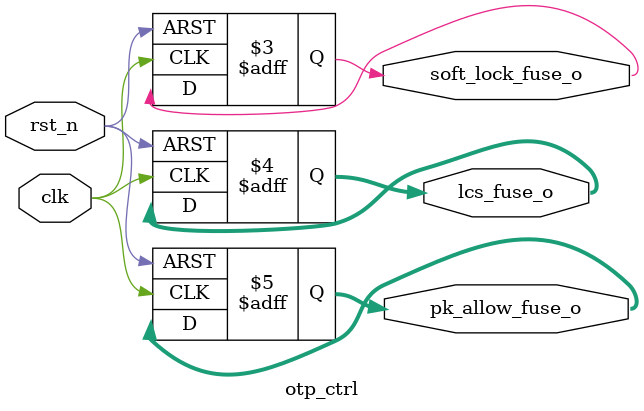
<source format=sv>
`timescale 1ns/1ps
module otp_ctrl #(
  parameter bit        OTP_SOFTLOCK   = 1'b1,                 // LOCK
  parameter logic [2:0]OTP_LCS        = 3'b010,               // DEV
  parameter logic [255:0] OTP_PK_ALLOW= 256'h0123_4567_89AB_CDEF_FEED_FACE_CAFE_BABE_1122_3344_5566_7788_99AA_BBCC_DDEE_FF00
)(
  input  logic        clk, rst_n,
  output logic        soft_lock_fuse_o,
  output logic [2:0]  lcs_fuse_o,
  output logic [255:0]pk_allow_fuse_o
);
  // RO "fuse" ·¹Áö½ºÅÍ(¸®¼Â ½Ã ÆÄ¶ó¹ÌÅÍ ·Îµå)
  always_ff @(posedge clk or negedge rst_n) begin
    if (!rst_n) begin
      soft_lock_fuse_o <= OTP_SOFTLOCK;
      lcs_fuse_o       <= OTP_LCS;
      pk_allow_fuse_o  <= OTP_PK_ALLOW;
    end else begin
      // no writes (RO)
      soft_lock_fuse_o <= soft_lock_fuse_o;
      lcs_fuse_o       <= lcs_fuse_o;
      pk_allow_fuse_o  <= pk_allow_fuse_o;
    end
  end
endmodule

</source>
